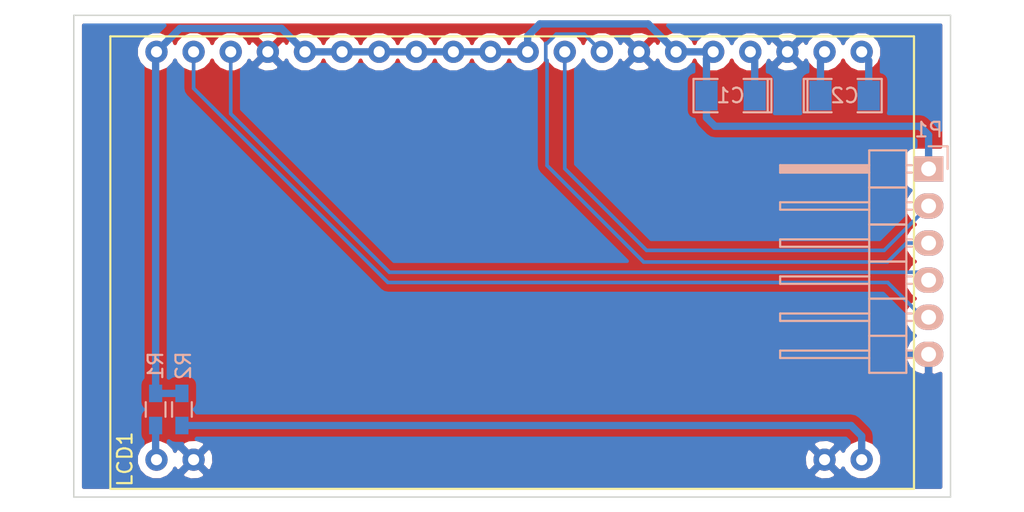
<source format=kicad_pcb>
(kicad_pcb (version 4) (host pcbnew 4.0.2-stable)

  (general
    (links 27)
    (no_connects 0)
    (area 134.949999 81.949999 205.050001 117.050001)
    (thickness 1.6)
    (drawings 17)
    (tracks 60)
    (zones 0)
    (modules 6)
    (nets 12)
  )

  (page A4)
  (layers
    (0 F.Cu signal)
    (31 B.Cu signal)
    (32 B.Adhes user)
    (33 F.Adhes user)
    (34 B.Paste user)
    (35 F.Paste user)
    (36 B.SilkS user)
    (37 F.SilkS user)
    (38 B.Mask user)
    (39 F.Mask user)
    (40 Dwgs.User user)
    (41 Cmts.User user)
    (42 Eco1.User user)
    (43 Eco2.User user)
    (44 Edge.Cuts user)
    (45 Margin user)
    (46 B.CrtYd user)
    (47 F.CrtYd user)
    (48 B.Fab user)
    (49 F.Fab user)
  )

  (setup
    (last_trace_width 0.25)
    (user_trace_width 0.5)
    (trace_clearance 0.2)
    (zone_clearance 0.508)
    (zone_45_only no)
    (trace_min 0.2)
    (segment_width 0.2)
    (edge_width 0.15)
    (via_size 0.6)
    (via_drill 0.4)
    (via_min_size 0.4)
    (via_min_drill 0.3)
    (uvia_size 0.3)
    (uvia_drill 0.1)
    (uvias_allowed no)
    (uvia_min_size 0.2)
    (uvia_min_drill 0.1)
    (pcb_text_width 0.3)
    (pcb_text_size 1.5 1.5)
    (mod_edge_width 0.15)
    (mod_text_size 1 1)
    (mod_text_width 0.15)
    (pad_size 1.524 1.524)
    (pad_drill 0.762)
    (pad_to_mask_clearance 0.2)
    (aux_axis_origin 0 0)
    (visible_elements 7FFFFFFF)
    (pcbplotparams
      (layerselection 0x00030_80000001)
      (usegerberextensions false)
      (excludeedgelayer true)
      (linewidth 1.000000)
      (plotframeref false)
      (viasonmask false)
      (mode 1)
      (useauxorigin false)
      (hpglpennumber 1)
      (hpglpenspeed 20)
      (hpglpendiameter 15)
      (hpglpenoverlay 2)
      (psnegative false)
      (psa4output false)
      (plotreference true)
      (plotvalue true)
      (plotinvisibletext false)
      (padsonsilk false)
      (subtractmaskfromsilk false)
      (outputformat 1)
      (mirror false)
      (drillshape 1)
      (scaleselection 1)
      (outputdirectory ""))
  )

  (net 0 "")
  (net 1 VCC)
  (net 2 /VOUT)
  (net 3 /CAP1N)
  (net 4 /CAP1P)
  (net 5 /A1)
  (net 6 GND)
  (net 7 /A2)
  (net 8 /SI)
  (net 9 /CLK)
  (net 10 /CS)
  (net 11 /RS)

  (net_class Default "This is the default net class."
    (clearance 0.2)
    (trace_width 0.25)
    (via_dia 0.6)
    (via_drill 0.4)
    (uvia_dia 0.3)
    (uvia_drill 0.1)
    (add_net /A1)
    (add_net /A2)
    (add_net /CAP1N)
    (add_net /CAP1P)
    (add_net /CLK)
    (add_net /CS)
    (add_net /RS)
    (add_net /SI)
    (add_net /VOUT)
    (add_net GND)
    (add_net VCC)
  )

  (module dogm162x:DOGM162X (layer F.Cu) (tedit 55E92934) (tstamp 55F080CC)
    (at 170 99.94)
    (path /55E828A7)
    (fp_text reference LCD1 (at -26.5 13.46 90) (layer F.SilkS)
      (effects (font (size 1 1) (thickness 0.15)))
    )
    (fp_text value DOGM162X (at -19.0011 -16.5036) (layer F.Fab)
      (effects (font (size 1 1) (thickness 0.15)))
    )
    (fp_line (start -27.5 -15.5) (end 27.5 -15.5) (layer F.SilkS) (width 0.15))
    (fp_line (start 27.5 -15.5) (end 27.5 15.5) (layer F.SilkS) (width 0.15))
    (fp_line (start -27.5 15.5) (end -27.5 -15.5) (layer F.SilkS) (width 0.15))
    (fp_line (start -27.5 15.5) (end 27.5 15.5) (layer F.SilkS) (width 0.15))
    (pad 1 thru_hole circle (at -24.34 13.5) (size 1.524 1.524) (drill 0.762) (layers *.Cu *.Mask)
      (net 5 /A1))
    (pad 2 thru_hole circle (at -21.8 13.5) (size 1.524 1.524) (drill 0.762) (layers *.Cu *.Mask)
      (net 6 GND))
    (pad 19 thru_hole circle (at 21.38 13.5) (size 1.524 1.524) (drill 0.762) (layers *.Cu *.Mask)
      (net 6 GND))
    (pad 20 thru_hole circle (at 23.92 13.5) (size 1.524 1.524) (drill 0.762) (layers *.Cu *.Mask)
      (net 7 /A2))
    (pad 21 thru_hole circle (at 23.92 -14.44) (size 1.524 1.524) (drill 0.762) (layers *.Cu *.Mask)
      (net 3 /CAP1N))
    (pad 22 thru_hole circle (at 21.38 -14.44) (size 1.524 1.524) (drill 0.762) (layers *.Cu *.Mask)
      (net 4 /CAP1P))
    (pad 23 thru_hole circle (at 18.84 -14.44) (size 1.524 1.524) (drill 0.762) (layers *.Cu *.Mask)
      (net 6 GND))
    (pad 24 thru_hole circle (at 16.3 -14.44) (size 1.524 1.524) (drill 0.762) (layers *.Cu *.Mask)
      (net 2 /VOUT))
    (pad 25 thru_hole circle (at 13.76 -14.44) (size 1.524 1.524) (drill 0.762) (layers *.Cu *.Mask)
      (net 1 VCC))
    (pad 26 thru_hole circle (at 11.22 -14.44) (size 1.524 1.524) (drill 0.762) (layers *.Cu *.Mask)
      (net 1 VCC))
    (pad 27 thru_hole circle (at 8.68 -14.44) (size 1.524 1.524) (drill 0.762) (layers *.Cu *.Mask)
      (net 6 GND))
    (pad 28 thru_hole circle (at 6.14 -14.44) (size 1.524 1.524) (drill 0.762) (layers *.Cu *.Mask)
      (net 8 /SI))
    (pad 29 thru_hole circle (at 3.6 -14.44) (size 1.524 1.524) (drill 0.762) (layers *.Cu *.Mask)
      (net 9 /CLK))
    (pad 30 thru_hole circle (at 1.06 -14.44) (size 1.524 1.524) (drill 0.762) (layers *.Cu *.Mask)
      (net 1 VCC))
    (pad 31 thru_hole circle (at -1.48 -14.44) (size 1.524 1.524) (drill 0.762) (layers *.Cu *.Mask)
      (net 1 VCC))
    (pad 32 thru_hole circle (at -4.02 -14.44) (size 1.524 1.524) (drill 0.762) (layers *.Cu *.Mask)
      (net 1 VCC))
    (pad 33 thru_hole circle (at -6.56 -14.44) (size 1.524 1.524) (drill 0.762) (layers *.Cu *.Mask)
      (net 1 VCC))
    (pad 34 thru_hole circle (at -9.1 -14.44) (size 1.524 1.524) (drill 0.762) (layers *.Cu *.Mask)
      (net 1 VCC))
    (pad 35 thru_hole circle (at -11.64 -14.44) (size 1.524 1.524) (drill 0.762) (layers *.Cu *.Mask)
      (net 1 VCC))
    (pad 36 thru_hole circle (at -14.18 -14.44) (size 1.524 1.524) (drill 0.762) (layers *.Cu *.Mask)
      (net 1 VCC))
    (pad 37 thru_hole circle (at -16.72 -14.44) (size 1.524 1.524) (drill 0.762) (layers *.Cu *.Mask)
      (net 6 GND))
    (pad 38 thru_hole circle (at -19.26 -14.44) (size 1.524 1.524) (drill 0.762) (layers *.Cu *.Mask)
      (net 10 /CS))
    (pad 39 thru_hole circle (at -21.8 -14.44) (size 1.524 1.524) (drill 0.762) (layers *.Cu *.Mask)
      (net 11 /RS))
    (pad 40 thru_hole circle (at -24.34 -14.44) (size 1.524 1.524) (drill 0.762) (layers *.Cu *.Mask)
      (net 1 VCC))
    (model D:/_GIT/dogm162-pcb/dog126x.wrl
      (at (xyz -1.091776 -0.519118 0.142924))
      (scale (xyz 0.393701 0.393701 0.393701))
      (rotate (xyz 0 0 0))
    )
  )

  (module Pin_Headers:Pin_Header_Angled_1x06 (layer B.Cu) (tedit 0) (tstamp 55F080D6)
    (at 198.5 93.52 180)
    (descr "Through hole pin header")
    (tags "pin header")
    (path /55E89075)
    (fp_text reference P1 (at 0 2.68 180) (layer B.SilkS)
      (effects (font (size 1 1) (thickness 0.15)) (justify mirror))
    )
    (fp_text value CONN_01X06 (at 6 2.68 180) (layer B.Fab)
      (effects (font (size 1 1) (thickness 0.15)) (justify mirror))
    )
    (fp_line (start -1.5 1.75) (end -1.5 -14.45) (layer B.CrtYd) (width 0.05))
    (fp_line (start 10.65 1.75) (end 10.65 -14.45) (layer B.CrtYd) (width 0.05))
    (fp_line (start -1.5 1.75) (end 10.65 1.75) (layer B.CrtYd) (width 0.05))
    (fp_line (start -1.5 -14.45) (end 10.65 -14.45) (layer B.CrtYd) (width 0.05))
    (fp_line (start -1.3 1.55) (end -1.3 0) (layer B.SilkS) (width 0.15))
    (fp_line (start 0 1.55) (end -1.3 1.55) (layer B.SilkS) (width 0.15))
    (fp_line (start 4.191 0.127) (end 10.033 0.127) (layer B.SilkS) (width 0.15))
    (fp_line (start 10.033 0.127) (end 10.033 -0.127) (layer B.SilkS) (width 0.15))
    (fp_line (start 10.033 -0.127) (end 4.191 -0.127) (layer B.SilkS) (width 0.15))
    (fp_line (start 4.191 -0.127) (end 4.191 0) (layer B.SilkS) (width 0.15))
    (fp_line (start 4.191 0) (end 10.033 0) (layer B.SilkS) (width 0.15))
    (fp_line (start 1.524 0.254) (end 1.143 0.254) (layer B.SilkS) (width 0.15))
    (fp_line (start 1.524 -0.254) (end 1.143 -0.254) (layer B.SilkS) (width 0.15))
    (fp_line (start 1.524 -2.286) (end 1.143 -2.286) (layer B.SilkS) (width 0.15))
    (fp_line (start 1.524 -2.794) (end 1.143 -2.794) (layer B.SilkS) (width 0.15))
    (fp_line (start 1.524 -4.826) (end 1.143 -4.826) (layer B.SilkS) (width 0.15))
    (fp_line (start 1.524 -5.334) (end 1.143 -5.334) (layer B.SilkS) (width 0.15))
    (fp_line (start 1.524 -12.954) (end 1.143 -12.954) (layer B.SilkS) (width 0.15))
    (fp_line (start 1.524 -12.446) (end 1.143 -12.446) (layer B.SilkS) (width 0.15))
    (fp_line (start 1.524 -10.414) (end 1.143 -10.414) (layer B.SilkS) (width 0.15))
    (fp_line (start 1.524 -9.906) (end 1.143 -9.906) (layer B.SilkS) (width 0.15))
    (fp_line (start 1.524 -7.874) (end 1.143 -7.874) (layer B.SilkS) (width 0.15))
    (fp_line (start 1.524 -7.366) (end 1.143 -7.366) (layer B.SilkS) (width 0.15))
    (fp_line (start 1.524 1.27) (end 4.064 1.27) (layer B.SilkS) (width 0.15))
    (fp_line (start 1.524 -1.27) (end 4.064 -1.27) (layer B.SilkS) (width 0.15))
    (fp_line (start 1.524 -1.27) (end 1.524 -3.81) (layer B.SilkS) (width 0.15))
    (fp_line (start 1.524 -3.81) (end 4.064 -3.81) (layer B.SilkS) (width 0.15))
    (fp_line (start 4.064 -2.286) (end 10.16 -2.286) (layer B.SilkS) (width 0.15))
    (fp_line (start 10.16 -2.286) (end 10.16 -2.794) (layer B.SilkS) (width 0.15))
    (fp_line (start 10.16 -2.794) (end 4.064 -2.794) (layer B.SilkS) (width 0.15))
    (fp_line (start 4.064 -3.81) (end 4.064 -1.27) (layer B.SilkS) (width 0.15))
    (fp_line (start 4.064 -1.27) (end 4.064 1.27) (layer B.SilkS) (width 0.15))
    (fp_line (start 10.16 -0.254) (end 4.064 -0.254) (layer B.SilkS) (width 0.15))
    (fp_line (start 10.16 0.254) (end 10.16 -0.254) (layer B.SilkS) (width 0.15))
    (fp_line (start 4.064 0.254) (end 10.16 0.254) (layer B.SilkS) (width 0.15))
    (fp_line (start 1.524 -1.27) (end 4.064 -1.27) (layer B.SilkS) (width 0.15))
    (fp_line (start 1.524 1.27) (end 1.524 -1.27) (layer B.SilkS) (width 0.15))
    (fp_line (start 1.524 -8.89) (end 4.064 -8.89) (layer B.SilkS) (width 0.15))
    (fp_line (start 1.524 -8.89) (end 1.524 -11.43) (layer B.SilkS) (width 0.15))
    (fp_line (start 1.524 -11.43) (end 4.064 -11.43) (layer B.SilkS) (width 0.15))
    (fp_line (start 4.064 -9.906) (end 10.16 -9.906) (layer B.SilkS) (width 0.15))
    (fp_line (start 10.16 -9.906) (end 10.16 -10.414) (layer B.SilkS) (width 0.15))
    (fp_line (start 10.16 -10.414) (end 4.064 -10.414) (layer B.SilkS) (width 0.15))
    (fp_line (start 4.064 -11.43) (end 4.064 -8.89) (layer B.SilkS) (width 0.15))
    (fp_line (start 4.064 -13.97) (end 4.064 -11.43) (layer B.SilkS) (width 0.15))
    (fp_line (start 10.16 -12.954) (end 4.064 -12.954) (layer B.SilkS) (width 0.15))
    (fp_line (start 10.16 -12.446) (end 10.16 -12.954) (layer B.SilkS) (width 0.15))
    (fp_line (start 4.064 -12.446) (end 10.16 -12.446) (layer B.SilkS) (width 0.15))
    (fp_line (start 1.524 -13.97) (end 4.064 -13.97) (layer B.SilkS) (width 0.15))
    (fp_line (start 1.524 -11.43) (end 1.524 -13.97) (layer B.SilkS) (width 0.15))
    (fp_line (start 1.524 -11.43) (end 4.064 -11.43) (layer B.SilkS) (width 0.15))
    (fp_line (start 1.524 -6.35) (end 4.064 -6.35) (layer B.SilkS) (width 0.15))
    (fp_line (start 1.524 -6.35) (end 1.524 -8.89) (layer B.SilkS) (width 0.15))
    (fp_line (start 1.524 -8.89) (end 4.064 -8.89) (layer B.SilkS) (width 0.15))
    (fp_line (start 4.064 -7.366) (end 10.16 -7.366) (layer B.SilkS) (width 0.15))
    (fp_line (start 10.16 -7.366) (end 10.16 -7.874) (layer B.SilkS) (width 0.15))
    (fp_line (start 10.16 -7.874) (end 4.064 -7.874) (layer B.SilkS) (width 0.15))
    (fp_line (start 4.064 -8.89) (end 4.064 -6.35) (layer B.SilkS) (width 0.15))
    (fp_line (start 4.064 -6.35) (end 4.064 -3.81) (layer B.SilkS) (width 0.15))
    (fp_line (start 10.16 -5.334) (end 4.064 -5.334) (layer B.SilkS) (width 0.15))
    (fp_line (start 10.16 -4.826) (end 10.16 -5.334) (layer B.SilkS) (width 0.15))
    (fp_line (start 4.064 -4.826) (end 10.16 -4.826) (layer B.SilkS) (width 0.15))
    (fp_line (start 1.524 -6.35) (end 4.064 -6.35) (layer B.SilkS) (width 0.15))
    (fp_line (start 1.524 -3.81) (end 1.524 -6.35) (layer B.SilkS) (width 0.15))
    (fp_line (start 1.524 -3.81) (end 4.064 -3.81) (layer B.SilkS) (width 0.15))
    (pad 1 thru_hole rect (at 0 0 180) (size 2.032 1.7272) (drill 1.016) (layers *.Cu *.Mask B.SilkS)
      (net 1 VCC))
    (pad 2 thru_hole oval (at 0 -2.54 180) (size 2.032 1.7272) (drill 1.016) (layers *.Cu *.Mask B.SilkS)
      (net 9 /CLK))
    (pad 3 thru_hole oval (at 0 -5.08 180) (size 2.032 1.7272) (drill 1.016) (layers *.Cu *.Mask B.SilkS)
      (net 8 /SI))
    (pad 4 thru_hole oval (at 0 -7.62 180) (size 2.032 1.7272) (drill 1.016) (layers *.Cu *.Mask B.SilkS)
      (net 10 /CS))
    (pad 5 thru_hole oval (at 0 -10.16 180) (size 2.032 1.7272) (drill 1.016) (layers *.Cu *.Mask B.SilkS)
      (net 11 /RS))
    (pad 6 thru_hole oval (at 0 -12.7 180) (size 2.032 1.7272) (drill 1.016) (layers *.Cu *.Mask B.SilkS)
      (net 6 GND))
    (model Pin_Headers.3dshapes/Pin_Header_Angled_1x06.wrl
      (at (xyz 0 -0.25 0))
      (scale (xyz 1 1 1))
      (rotate (xyz 0 0 90))
    )
    (model /home/bernhard/KiCad/kicad/share/kicad/modules/packages3d/Pin_Headers.3dshapes/Pin_Header_Angled_1x06.wrl
      (at (xyz 0 -0.254 0))
      (scale (xyz 1 1 1))
      (rotate (xyz 0 0 90))
    )
  )

  (module Resistors_SMD:R_0603_HandSoldering (layer B.Cu) (tedit 5418A00F) (tstamp 55F080DC)
    (at 145.6 110 270)
    (descr "Resistor SMD 0603, hand soldering")
    (tags "resistor 0603")
    (path /55E89A9D)
    (attr smd)
    (fp_text reference R1 (at -3 0 270) (layer B.SilkS)
      (effects (font (size 1 1) (thickness 0.15)) (justify mirror))
    )
    (fp_text value 15R (at 0.5 1.5 270) (layer B.Fab)
      (effects (font (size 1 1) (thickness 0.15)) (justify mirror))
    )
    (fp_line (start -2 0.8) (end 2 0.8) (layer B.CrtYd) (width 0.05))
    (fp_line (start -2 -0.8) (end 2 -0.8) (layer B.CrtYd) (width 0.05))
    (fp_line (start -2 0.8) (end -2 -0.8) (layer B.CrtYd) (width 0.05))
    (fp_line (start 2 0.8) (end 2 -0.8) (layer B.CrtYd) (width 0.05))
    (fp_line (start 0.5 -0.675) (end -0.5 -0.675) (layer B.SilkS) (width 0.15))
    (fp_line (start -0.5 0.675) (end 0.5 0.675) (layer B.SilkS) (width 0.15))
    (pad 1 smd rect (at -1.1 0 270) (size 1.2 0.9) (layers B.Cu B.Paste B.Mask)
      (net 1 VCC))
    (pad 2 smd rect (at 1.1 0 270) (size 1.2 0.9) (layers B.Cu B.Paste B.Mask)
      (net 5 /A1))
    (model Resistors_SMD.3dshapes/R_0603_HandSoldering.wrl
      (at (xyz 0 0 0))
      (scale (xyz 1 1 1))
      (rotate (xyz 0 0 0))
    )
  )

  (module SMD_Packages:SMD-1206_Pol (layer B.Cu) (tedit 0) (tstamp 57222378)
    (at 184.949 88.5 180)
    (path /55E82DB3)
    (attr smd)
    (fp_text reference C1 (at 0 0 180) (layer B.SilkS)
      (effects (font (size 1 1) (thickness 0.15)) (justify mirror))
    )
    (fp_text value 2,2uF (at 0 0 180) (layer B.Fab)
      (effects (font (size 1 1) (thickness 0.15)) (justify mirror))
    )
    (fp_line (start -2.54 1.143) (end -2.794 1.143) (layer B.SilkS) (width 0.15))
    (fp_line (start -2.794 1.143) (end -2.794 -1.143) (layer B.SilkS) (width 0.15))
    (fp_line (start -2.794 -1.143) (end -2.54 -1.143) (layer B.SilkS) (width 0.15))
    (fp_line (start -2.54 1.143) (end -2.54 -1.143) (layer B.SilkS) (width 0.15))
    (fp_line (start -2.54 -1.143) (end -0.889 -1.143) (layer B.SilkS) (width 0.15))
    (fp_line (start 0.889 1.143) (end 2.54 1.143) (layer B.SilkS) (width 0.15))
    (fp_line (start 2.54 1.143) (end 2.54 -1.143) (layer B.SilkS) (width 0.15))
    (fp_line (start 2.54 -1.143) (end 0.889 -1.143) (layer B.SilkS) (width 0.15))
    (fp_line (start -0.889 1.143) (end -2.54 1.143) (layer B.SilkS) (width 0.15))
    (pad 1 smd rect (at -1.651 0 180) (size 1.524 2.032) (layers B.Cu B.Paste B.Mask)
      (net 2 /VOUT))
    (pad 2 smd rect (at 1.651 0 180) (size 1.524 2.032) (layers B.Cu B.Paste B.Mask)
      (net 1 VCC))
    (model SMD_Packages.3dshapes/SMD-1206_Pol.wrl
      (at (xyz 0 0 0))
      (scale (xyz 0.17 0.16 0.16))
      (rotate (xyz 0 0 0))
    )
  )

  (module SMD_Packages:SMD-1206_Pol (layer B.Cu) (tedit 0) (tstamp 5722237D)
    (at 192.751 88.5)
    (path /55E82D3E)
    (attr smd)
    (fp_text reference C2 (at 0 0) (layer B.SilkS)
      (effects (font (size 1 1) (thickness 0.15)) (justify mirror))
    )
    (fp_text value 1uF (at 0 0) (layer B.Fab)
      (effects (font (size 1 1) (thickness 0.15)) (justify mirror))
    )
    (fp_line (start -2.54 1.143) (end -2.794 1.143) (layer B.SilkS) (width 0.15))
    (fp_line (start -2.794 1.143) (end -2.794 -1.143) (layer B.SilkS) (width 0.15))
    (fp_line (start -2.794 -1.143) (end -2.54 -1.143) (layer B.SilkS) (width 0.15))
    (fp_line (start -2.54 1.143) (end -2.54 -1.143) (layer B.SilkS) (width 0.15))
    (fp_line (start -2.54 -1.143) (end -0.889 -1.143) (layer B.SilkS) (width 0.15))
    (fp_line (start 0.889 1.143) (end 2.54 1.143) (layer B.SilkS) (width 0.15))
    (fp_line (start 2.54 1.143) (end 2.54 -1.143) (layer B.SilkS) (width 0.15))
    (fp_line (start 2.54 -1.143) (end 0.889 -1.143) (layer B.SilkS) (width 0.15))
    (fp_line (start -0.889 1.143) (end -2.54 1.143) (layer B.SilkS) (width 0.15))
    (pad 1 smd rect (at -1.651 0) (size 1.524 2.032) (layers B.Cu B.Paste B.Mask)
      (net 4 /CAP1P))
    (pad 2 smd rect (at 1.651 0) (size 1.524 2.032) (layers B.Cu B.Paste B.Mask)
      (net 3 /CAP1N))
    (model SMD_Packages.3dshapes/SMD-1206_Pol.wrl
      (at (xyz 0 0 0))
      (scale (xyz 0.17 0.16 0.16))
      (rotate (xyz 0 0 0))
    )
  )

  (module Resistors_SMD:R_0603_HandSoldering (layer B.Cu) (tedit 5418A00F) (tstamp 5722238D)
    (at 147.4 110 270)
    (descr "Resistor SMD 0603, hand soldering")
    (tags "resistor 0603")
    (path /55E89AFE)
    (attr smd)
    (fp_text reference R2 (at -3 -0.1 270) (layer B.SilkS)
      (effects (font (size 1 1) (thickness 0.15)) (justify mirror))
    )
    (fp_text value 15R (at -0.9 -1.7 270) (layer B.Fab)
      (effects (font (size 1 1) (thickness 0.15)) (justify mirror))
    )
    (fp_line (start -2 0.8) (end 2 0.8) (layer B.CrtYd) (width 0.05))
    (fp_line (start -2 -0.8) (end 2 -0.8) (layer B.CrtYd) (width 0.05))
    (fp_line (start -2 0.8) (end -2 -0.8) (layer B.CrtYd) (width 0.05))
    (fp_line (start 2 0.8) (end 2 -0.8) (layer B.CrtYd) (width 0.05))
    (fp_line (start 0.5 -0.675) (end -0.5 -0.675) (layer B.SilkS) (width 0.15))
    (fp_line (start -0.5 0.675) (end 0.5 0.675) (layer B.SilkS) (width 0.15))
    (pad 1 smd rect (at -1.1 0 270) (size 1.2 0.9) (layers B.Cu B.Paste B.Mask)
      (net 1 VCC))
    (pad 2 smd rect (at 1.1 0 270) (size 1.2 0.9) (layers B.Cu B.Paste B.Mask)
      (net 7 /A2))
    (model Resistors_SMD.3dshapes/R_0603_HandSoldering.wrl
      (at (xyz 0 0 0))
      (scale (xyz 1 1 1))
      (rotate (xyz 0 0 0))
    )
  )

  (gr_line (start 142.5 85.5) (end 142.5 113.5) (layer Dwgs.User) (width 0.1))
  (gr_line (start 144.5 92.5) (end 144.5 110) (layer Dwgs.User) (width 0.1))
  (gr_line (start 144.5 110) (end 195.5 110) (layer Dwgs.User) (width 0.1))
  (gr_line (start 195.5 110) (end 195.5 92.5) (layer Dwgs.User) (width 0.1))
  (gr_line (start 195.5 92.5) (end 144.5 92.5) (layer Dwgs.User) (width 0.1))
  (gr_line (start 205 117) (end 205 82) (layer Dwgs.User) (width 0.1))
  (gr_line (start 205 82) (end 135 82) (layer Dwgs.User) (width 0.1))
  (gr_line (start 135 117) (end 205 117) (layer Dwgs.User) (width 0.1))
  (gr_line (start 135 82) (end 135 117) (layer Dwgs.User) (width 0.1))
  (gr_line (start 197.5 85.5) (end 142.5 85.5) (layer Dwgs.User) (width 0.1))
  (gr_line (start 142.5 113.5) (end 197.5 113.5) (layer Dwgs.User) (width 0.1))
  (gr_line (start 197.5 113.5) (end 197.5 85.5) (layer Dwgs.User) (width 0.1))
  (gr_line (start 197.5 113.5) (end 197.5 85.5) (layer Dwgs.User) (width 0.1))
  (gr_line (start 140 116) (end 200 116) (layer Edge.Cuts) (width 0.1))
  (gr_line (start 200 83) (end 140 83) (layer Edge.Cuts) (width 0.1))
  (gr_line (start 140 83) (end 140 116) (layer Edge.Cuts) (width 0.1))
  (gr_line (start 200 116) (end 200 83) (layer Edge.Cuts) (width 0.1))

  (segment (start 145.6 108.9) (end 145.6 85.56) (width 0.5) (layer B.Cu) (net 1))
  (segment (start 145.6 85.56) (end 145.66 85.5) (width 0.5) (layer B.Cu) (net 1))
  (segment (start 147.4 108.9) (end 145.6 108.9) (width 0.5) (layer B.Cu) (net 1))
  (segment (start 180.458001 84.738001) (end 181.22 85.5) (width 0.5) (layer B.Cu) (net 1))
  (segment (start 179.307988 83.587988) (end 180.458001 84.738001) (width 0.5) (layer B.Cu) (net 1))
  (segment (start 171.06 84.42237) (end 171.894382 83.587988) (width 0.5) (layer B.Cu) (net 1))
  (segment (start 171.894382 83.587988) (end 179.307988 83.587988) (width 0.5) (layer B.Cu) (net 1))
  (segment (start 171.06 85.5) (end 171.06 84.42237) (width 0.5) (layer B.Cu) (net 1))
  (segment (start 147.26 83.9) (end 154.22 83.9) (width 0.5) (layer B.Cu) (net 1))
  (segment (start 154.22 83.9) (end 155.82 85.5) (width 0.5) (layer B.Cu) (net 1))
  (segment (start 145.66 85.5) (end 147.26 83.9) (width 0.5) (layer B.Cu) (net 1))
  (segment (start 158.36 85.5) (end 155.82 85.5) (width 0.5) (layer B.Cu) (net 1))
  (segment (start 160.9 85.5) (end 158.36 85.5) (width 0.5) (layer B.Cu) (net 1))
  (segment (start 163.44 85.5) (end 160.9 85.5) (width 0.5) (layer B.Cu) (net 1))
  (segment (start 165.98 85.5) (end 163.44 85.5) (width 0.5) (layer B.Cu) (net 1))
  (segment (start 168.52 85.5) (end 165.98 85.5) (width 0.5) (layer B.Cu) (net 1))
  (segment (start 171.06 85.5) (end 168.52 85.5) (width 0.5) (layer B.Cu) (net 1))
  (segment (start 181.22 85.5) (end 183.76 85.5) (width 0.5) (layer B.Cu) (net 1))
  (segment (start 197.9 90.6) (end 198.5 91.2) (width 0.5) (layer B.Cu) (net 1))
  (segment (start 198.5 91.2) (end 198.5 93.52) (width 0.5) (layer B.Cu) (net 1))
  (segment (start 183.882 90.6) (end 197.9 90.6) (width 0.5) (layer B.Cu) (net 1))
  (segment (start 183.298 88.5) (end 183.298 90.016) (width 0.5) (layer B.Cu) (net 1))
  (segment (start 183.298 90.016) (end 183.882 90.6) (width 0.5) (layer B.Cu) (net 1))
  (segment (start 183.298 88.5) (end 183.298 85.962) (width 0.5) (layer B.Cu) (net 1))
  (segment (start 183.298 85.962) (end 183.76 85.5) (width 0.5) (layer B.Cu) (net 1))
  (segment (start 186.6 88.5) (end 186.6 85.8) (width 0.5) (layer B.Cu) (net 2))
  (segment (start 186.6 85.8) (end 186.3 85.5) (width 0.5) (layer B.Cu) (net 2))
  (segment (start 193.92 85.62) (end 194.402 86.102) (width 0.5) (layer B.Cu) (net 3))
  (segment (start 194.402 86.102) (end 194.402 88.5) (width 0.5) (layer B.Cu) (net 3))
  (segment (start 193.92 85.5) (end 193.92 85.62) (width 0.5) (layer B.Cu) (net 3))
  (segment (start 191.1 88.5) (end 191.1 85.78) (width 0.5) (layer B.Cu) (net 4))
  (segment (start 191.1 85.78) (end 191.38 85.5) (width 0.5) (layer B.Cu) (net 4))
  (segment (start 145.6 111.1) (end 145.6 113.38) (width 0.5) (layer B.Cu) (net 5))
  (segment (start 145.6 113.38) (end 145.66 113.44) (width 0.5) (layer B.Cu) (net 5))
  (segment (start 147.4 111.1) (end 193.2 111.1) (width 0.5) (layer B.Cu) (net 7))
  (segment (start 193.2 111.1) (end 193.92 111.82) (width 0.5) (layer B.Cu) (net 7))
  (segment (start 193.92 111.82) (end 193.92 113.44) (width 0.5) (layer B.Cu) (net 7))
  (segment (start 193.9 113.42) (end 193.92 113.44) (width 0.5) (layer B.Cu) (net 7))
  (segment (start 172.387999 86.081761) (end 172.387999 93.287999) (width 0.25) (layer B.Cu) (net 8))
  (segment (start 172.387999 93.287999) (end 179 99.9) (width 0.25) (layer B.Cu) (net 8))
  (segment (start 179 99.9) (end 195.684 99.9) (width 0.25) (layer B.Cu) (net 8))
  (segment (start 195.684 99.9) (end 196.984 98.6) (width 0.25) (layer B.Cu) (net 8))
  (segment (start 196.984 98.6) (end 198.5 98.6) (width 0.25) (layer B.Cu) (net 8))
  (segment (start 176.14 85.5) (end 174.927999 84.287999) (width 0.25) (layer B.Cu) (net 8))
  (segment (start 174.927999 84.287999) (end 173.018239 84.287999) (width 0.25) (layer B.Cu) (net 8))
  (segment (start 173.018239 84.287999) (end 172.387999 84.918239) (width 0.25) (layer B.Cu) (net 8))
  (segment (start 172.3 84.918239) (end 172.3 86.081761) (width 0.25) (layer B.Cu) (net 8))
  (segment (start 173.6 85.5) (end 173.6 93.5) (width 0.25) (layer B.Cu) (net 9))
  (segment (start 173.6 93.5) (end 179.2 99.1) (width 0.25) (layer B.Cu) (net 9))
  (segment (start 179.2 99.1) (end 195.46 99.1) (width 0.25) (layer B.Cu) (net 9))
  (segment (start 195.46 99.1) (end 198.5 96.06) (width 0.25) (layer B.Cu) (net 9))
  (segment (start 150.74 85.5) (end 150.74 89.74) (width 0.25) (layer B.Cu) (net 10))
  (segment (start 150.74 89.74) (end 161.6 100.6) (width 0.25) (layer B.Cu) (net 10))
  (segment (start 161.6 100.6) (end 197.96 100.6) (width 0.25) (layer B.Cu) (net 10))
  (segment (start 197.96 100.6) (end 198.5 101.14) (width 0.25) (layer B.Cu) (net 10))
  (segment (start 148.2 85.5) (end 148.2 88) (width 0.25) (layer B.Cu) (net 11))
  (segment (start 148.2 88) (end 161.5 101.3) (width 0.25) (layer B.Cu) (net 11))
  (segment (start 161.5 101.3) (end 195.7 101.3) (width 0.25) (layer B.Cu) (net 11))
  (segment (start 195.7 101.3) (end 198.08 103.68) (width 0.25) (layer B.Cu) (net 11))
  (segment (start 198.08 103.68) (end 198.5 103.68) (width 0.25) (layer B.Cu) (net 11))

  (zone (net 6) (net_name GND) (layer F.Cu) (tstamp 0) (hatch edge 0.508)
    (connect_pads (clearance 0.508))
    (min_thickness 0.254)
    (fill yes (arc_segments 16) (thermal_gap 0.508) (thermal_bridge_width 0.508))
    (polygon
      (pts
        (xy 200 83) (xy 200 116) (xy 140 116) (xy 140 83)
      )
    )
    (filled_polygon
      (pts
        (xy 199.315 92.00896) (xy 197.484 92.00896) (xy 197.248683 92.053238) (xy 197.032559 92.19231) (xy 196.887569 92.40451)
        (xy 196.83656 92.6564) (xy 196.83656 94.3836) (xy 196.880838 94.618917) (xy 197.01991 94.835041) (xy 197.23211 94.980031)
        (xy 197.273439 94.9884) (xy 197.255585 95.00033) (xy 196.930729 95.486511) (xy 196.816655 96.06) (xy 196.930729 96.633489)
        (xy 197.255585 97.11967) (xy 197.570366 97.33) (xy 197.255585 97.54033) (xy 196.930729 98.026511) (xy 196.816655 98.6)
        (xy 196.930729 99.173489) (xy 197.255585 99.65967) (xy 197.570366 99.87) (xy 197.255585 100.08033) (xy 196.930729 100.566511)
        (xy 196.816655 101.14) (xy 196.930729 101.713489) (xy 197.255585 102.19967) (xy 197.570366 102.41) (xy 197.255585 102.62033)
        (xy 196.930729 103.106511) (xy 196.816655 103.68) (xy 196.930729 104.253489) (xy 197.255585 104.73967) (xy 197.565069 104.946461)
        (xy 197.149268 105.317964) (xy 196.895291 105.845209) (xy 196.892642 105.860974) (xy 197.013783 106.093) (xy 198.373 106.093)
        (xy 198.373 106.073) (xy 198.627 106.073) (xy 198.627 106.093) (xy 198.647 106.093) (xy 198.647 106.347)
        (xy 198.627 106.347) (xy 198.627 107.560924) (xy 198.861913 107.705184) (xy 199.315 107.546696) (xy 199.315 115.315)
        (xy 140.685 115.315) (xy 140.685 113.716661) (xy 144.262758 113.716661) (xy 144.47499 114.230303) (xy 144.86763 114.623629)
        (xy 145.3809 114.836757) (xy 145.936661 114.837242) (xy 146.450303 114.62501) (xy 146.655457 114.420213) (xy 147.399392 114.420213)
        (xy 147.468857 114.662397) (xy 147.992302 114.849144) (xy 148.547368 114.821362) (xy 148.931143 114.662397) (xy 149.000608 114.420213)
        (xy 190.579392 114.420213) (xy 190.648857 114.662397) (xy 191.172302 114.849144) (xy 191.727368 114.821362) (xy 192.111143 114.662397)
        (xy 192.180608 114.420213) (xy 191.38 113.619605) (xy 190.579392 114.420213) (xy 149.000608 114.420213) (xy 148.2 113.619605)
        (xy 147.399392 114.420213) (xy 146.655457 114.420213) (xy 146.843629 114.23237) (xy 146.923395 114.040273) (xy 146.977603 114.171143)
        (xy 147.219787 114.240608) (xy 148.020395 113.44) (xy 148.379605 113.44) (xy 149.180213 114.240608) (xy 149.422397 114.171143)
        (xy 149.609144 113.647698) (xy 149.588353 113.232302) (xy 189.970856 113.232302) (xy 189.998638 113.787368) (xy 190.157603 114.171143)
        (xy 190.399787 114.240608) (xy 191.200395 113.44) (xy 191.559605 113.44) (xy 192.360213 114.240608) (xy 192.602397 114.171143)
        (xy 192.652509 114.030682) (xy 192.73499 114.230303) (xy 193.12763 114.623629) (xy 193.6409 114.836757) (xy 194.196661 114.837242)
        (xy 194.710303 114.62501) (xy 195.103629 114.23237) (xy 195.316757 113.7191) (xy 195.317242 113.163339) (xy 195.10501 112.649697)
        (xy 194.71237 112.256371) (xy 194.1991 112.043243) (xy 193.643339 112.042758) (xy 193.129697 112.25499) (xy 192.736371 112.64763)
        (xy 192.656605 112.839727) (xy 192.602397 112.708857) (xy 192.360213 112.639392) (xy 191.559605 113.44) (xy 191.200395 113.44)
        (xy 190.399787 112.639392) (xy 190.157603 112.708857) (xy 189.970856 113.232302) (xy 149.588353 113.232302) (xy 149.581362 113.092632)
        (xy 149.422397 112.708857) (xy 149.180213 112.639392) (xy 148.379605 113.44) (xy 148.020395 113.44) (xy 147.219787 112.639392)
        (xy 146.977603 112.708857) (xy 146.927491 112.849318) (xy 146.84501 112.649697) (xy 146.655432 112.459787) (xy 147.399392 112.459787)
        (xy 148.2 113.260395) (xy 149.000608 112.459787) (xy 190.579392 112.459787) (xy 191.38 113.260395) (xy 192.180608 112.459787)
        (xy 192.111143 112.217603) (xy 191.587698 112.030856) (xy 191.032632 112.058638) (xy 190.648857 112.217603) (xy 190.579392 112.459787)
        (xy 149.000608 112.459787) (xy 148.931143 112.217603) (xy 148.407698 112.030856) (xy 147.852632 112.058638) (xy 147.468857 112.217603)
        (xy 147.399392 112.459787) (xy 146.655432 112.459787) (xy 146.45237 112.256371) (xy 145.9391 112.043243) (xy 145.383339 112.042758)
        (xy 144.869697 112.25499) (xy 144.476371 112.64763) (xy 144.263243 113.1609) (xy 144.262758 113.716661) (xy 140.685 113.716661)
        (xy 140.685 106.579026) (xy 196.892642 106.579026) (xy 196.895291 106.594791) (xy 197.149268 107.122036) (xy 197.58568 107.511954)
        (xy 198.138087 107.705184) (xy 198.373 107.560924) (xy 198.373 106.347) (xy 197.013783 106.347) (xy 196.892642 106.579026)
        (xy 140.685 106.579026) (xy 140.685 85.776661) (xy 144.262758 85.776661) (xy 144.47499 86.290303) (xy 144.86763 86.683629)
        (xy 145.3809 86.896757) (xy 145.936661 86.897242) (xy 146.450303 86.68501) (xy 146.843629 86.29237) (xy 146.929949 86.084488)
        (xy 147.01499 86.290303) (xy 147.40763 86.683629) (xy 147.9209 86.896757) (xy 148.476661 86.897242) (xy 148.990303 86.68501)
        (xy 149.383629 86.29237) (xy 149.469949 86.084488) (xy 149.55499 86.290303) (xy 149.94763 86.683629) (xy 150.4609 86.896757)
        (xy 151.016661 86.897242) (xy 151.530303 86.68501) (xy 151.735457 86.480213) (xy 152.479392 86.480213) (xy 152.548857 86.722397)
        (xy 153.072302 86.909144) (xy 153.627368 86.881362) (xy 154.011143 86.722397) (xy 154.080608 86.480213) (xy 153.28 85.679605)
        (xy 152.479392 86.480213) (xy 151.735457 86.480213) (xy 151.923629 86.29237) (xy 152.003395 86.100273) (xy 152.057603 86.231143)
        (xy 152.299787 86.300608) (xy 153.100395 85.5) (xy 153.459605 85.5) (xy 154.260213 86.300608) (xy 154.502397 86.231143)
        (xy 154.552509 86.090682) (xy 154.63499 86.290303) (xy 155.02763 86.683629) (xy 155.5409 86.896757) (xy 156.096661 86.897242)
        (xy 156.610303 86.68501) (xy 157.003629 86.29237) (xy 157.089949 86.084488) (xy 157.17499 86.290303) (xy 157.56763 86.683629)
        (xy 158.0809 86.896757) (xy 158.636661 86.897242) (xy 159.150303 86.68501) (xy 159.543629 86.29237) (xy 159.629949 86.084488)
        (xy 159.71499 86.290303) (xy 160.10763 86.683629) (xy 160.6209 86.896757) (xy 161.176661 86.897242) (xy 161.690303 86.68501)
        (xy 162.083629 86.29237) (xy 162.169949 86.084488) (xy 162.25499 86.290303) (xy 162.64763 86.683629) (xy 163.1609 86.896757)
        (xy 163.716661 86.897242) (xy 164.230303 86.68501) (xy 164.623629 86.29237) (xy 164.709949 86.084488) (xy 164.79499 86.290303)
        (xy 165.18763 86.683629) (xy 165.7009 86.896757) (xy 166.256661 86.897242) (xy 166.770303 86.68501) (xy 167.163629 86.29237)
        (xy 167.249949 86.084488) (xy 167.33499 86.290303) (xy 167.72763 86.683629) (xy 168.2409 86.896757) (xy 168.796661 86.897242)
        (xy 169.310303 86.68501) (xy 169.703629 86.29237) (xy 169.789949 86.084488) (xy 169.87499 86.290303) (xy 170.26763 86.683629)
        (xy 170.7809 86.896757) (xy 171.336661 86.897242) (xy 171.850303 86.68501) (xy 172.243629 86.29237) (xy 172.329949 86.084488)
        (xy 172.41499 86.290303) (xy 172.80763 86.683629) (xy 173.3209 86.896757) (xy 173.876661 86.897242) (xy 174.390303 86.68501)
        (xy 174.783629 86.29237) (xy 174.869949 86.084488) (xy 174.95499 86.290303) (xy 175.34763 86.683629) (xy 175.8609 86.896757)
        (xy 176.416661 86.897242) (xy 176.930303 86.68501) (xy 177.135457 86.480213) (xy 177.879392 86.480213) (xy 177.948857 86.722397)
        (xy 178.472302 86.909144) (xy 179.027368 86.881362) (xy 179.411143 86.722397) (xy 179.480608 86.480213) (xy 178.68 85.679605)
        (xy 177.879392 86.480213) (xy 177.135457 86.480213) (xy 177.323629 86.29237) (xy 177.403395 86.100273) (xy 177.457603 86.231143)
        (xy 177.699787 86.300608) (xy 178.500395 85.5) (xy 178.859605 85.5) (xy 179.660213 86.300608) (xy 179.902397 86.231143)
        (xy 179.952509 86.090682) (xy 180.03499 86.290303) (xy 180.42763 86.683629) (xy 180.9409 86.896757) (xy 181.496661 86.897242)
        (xy 182.010303 86.68501) (xy 182.403629 86.29237) (xy 182.489949 86.084488) (xy 182.57499 86.290303) (xy 182.96763 86.683629)
        (xy 183.4809 86.896757) (xy 184.036661 86.897242) (xy 184.550303 86.68501) (xy 184.943629 86.29237) (xy 185.029949 86.084488)
        (xy 185.11499 86.290303) (xy 185.50763 86.683629) (xy 186.0209 86.896757) (xy 186.576661 86.897242) (xy 187.090303 86.68501)
        (xy 187.295457 86.480213) (xy 188.039392 86.480213) (xy 188.108857 86.722397) (xy 188.632302 86.909144) (xy 189.187368 86.881362)
        (xy 189.571143 86.722397) (xy 189.640608 86.480213) (xy 188.84 85.679605) (xy 188.039392 86.480213) (xy 187.295457 86.480213)
        (xy 187.483629 86.29237) (xy 187.563395 86.100273) (xy 187.617603 86.231143) (xy 187.859787 86.300608) (xy 188.660395 85.5)
        (xy 189.019605 85.5) (xy 189.820213 86.300608) (xy 190.062397 86.231143) (xy 190.112509 86.090682) (xy 190.19499 86.290303)
        (xy 190.58763 86.683629) (xy 191.1009 86.896757) (xy 191.656661 86.897242) (xy 192.170303 86.68501) (xy 192.563629 86.29237)
        (xy 192.649949 86.084488) (xy 192.73499 86.290303) (xy 193.12763 86.683629) (xy 193.6409 86.896757) (xy 194.196661 86.897242)
        (xy 194.710303 86.68501) (xy 195.103629 86.29237) (xy 195.316757 85.7791) (xy 195.317242 85.223339) (xy 195.10501 84.709697)
        (xy 194.71237 84.316371) (xy 194.1991 84.103243) (xy 193.643339 84.102758) (xy 193.129697 84.31499) (xy 192.736371 84.70763)
        (xy 192.650051 84.915512) (xy 192.56501 84.709697) (xy 192.17237 84.316371) (xy 191.6591 84.103243) (xy 191.103339 84.102758)
        (xy 190.589697 84.31499) (xy 190.196371 84.70763) (xy 190.116605 84.899727) (xy 190.062397 84.768857) (xy 189.820213 84.699392)
        (xy 189.019605 85.5) (xy 188.660395 85.5) (xy 187.859787 84.699392) (xy 187.617603 84.768857) (xy 187.567491 84.909318)
        (xy 187.48501 84.709697) (xy 187.295432 84.519787) (xy 188.039392 84.519787) (xy 188.84 85.320395) (xy 189.640608 84.519787)
        (xy 189.571143 84.277603) (xy 189.047698 84.090856) (xy 188.492632 84.118638) (xy 188.108857 84.277603) (xy 188.039392 84.519787)
        (xy 187.295432 84.519787) (xy 187.09237 84.316371) (xy 186.5791 84.103243) (xy 186.023339 84.102758) (xy 185.509697 84.31499)
        (xy 185.116371 84.70763) (xy 185.030051 84.915512) (xy 184.94501 84.709697) (xy 184.55237 84.316371) (xy 184.0391 84.103243)
        (xy 183.483339 84.102758) (xy 182.969697 84.31499) (xy 182.576371 84.70763) (xy 182.490051 84.915512) (xy 182.40501 84.709697)
        (xy 182.01237 84.316371) (xy 181.4991 84.103243) (xy 180.943339 84.102758) (xy 180.429697 84.31499) (xy 180.036371 84.70763)
        (xy 179.956605 84.899727) (xy 179.902397 84.768857) (xy 179.660213 84.699392) (xy 178.859605 85.5) (xy 178.500395 85.5)
        (xy 177.699787 84.699392) (xy 177.457603 84.768857) (xy 177.407491 84.909318) (xy 177.32501 84.709697) (xy 177.135432 84.519787)
        (xy 177.879392 84.519787) (xy 178.68 85.320395) (xy 179.480608 84.519787) (xy 179.411143 84.277603) (xy 178.887698 84.090856)
        (xy 178.332632 84.118638) (xy 177.948857 84.277603) (xy 177.879392 84.519787) (xy 177.135432 84.519787) (xy 176.93237 84.316371)
        (xy 176.4191 84.103243) (xy 175.863339 84.102758) (xy 175.349697 84.31499) (xy 174.956371 84.70763) (xy 174.870051 84.915512)
        (xy 174.78501 84.709697) (xy 174.39237 84.316371) (xy 173.8791 84.103243) (xy 173.323339 84.102758) (xy 172.809697 84.31499)
        (xy 172.416371 84.70763) (xy 172.330051 84.915512) (xy 172.24501 84.709697) (xy 171.85237 84.316371) (xy 171.3391 84.103243)
        (xy 170.783339 84.102758) (xy 170.269697 84.31499) (xy 169.876371 84.70763) (xy 169.790051 84.915512) (xy 169.70501 84.709697)
        (xy 169.31237 84.316371) (xy 168.7991 84.103243) (xy 168.243339 84.102758) (xy 167.729697 84.31499) (xy 167.336371 84.70763)
        (xy 167.250051 84.915512) (xy 167.16501 84.709697) (xy 166.77237 84.316371) (xy 166.2591 84.103243) (xy 165.703339 84.102758)
        (xy 165.189697 84.31499) (xy 164.796371 84.70763) (xy 164.710051 84.915512) (xy 164.62501 84.709697) (xy 164.23237 84.316371)
        (xy 163.7191 84.103243) (xy 163.163339 84.102758) (xy 162.649697 84.31499) (xy 162.256371 84.70763) (xy 162.170051 84.915512)
        (xy 162.08501 84.709697) (xy 161.69237 84.316371) (xy 161.1791 84.103243) (xy 160.623339 84.102758) (xy 160.109697 84.31499)
        (xy 159.716371 84.70763) (xy 159.630051 84.915512) (xy 159.54501 84.709697) (xy 159.15237 84.316371) (xy 158.6391 84.103243)
        (xy 158.083339 84.102758) (xy 157.569697 84.31499) (xy 157.176371 84.70763) (xy 157.090051 84.915512) (xy 157.00501 84.709697)
        (xy 156.61237 84.316371) (xy 156.0991 84.103243) (xy 155.543339 84.102758) (xy 155.029697 84.31499) (xy 154.636371 84.70763)
        (xy 154.556605 84.899727) (xy 154.502397 84.768857) (xy 154.260213 84.699392) (xy 153.459605 85.5) (xy 153.100395 85.5)
        (xy 152.299787 84.699392) (xy 152.057603 84.768857) (xy 152.007491 84.909318) (xy 151.92501 84.709697) (xy 151.735432 84.519787)
        (xy 152.479392 84.519787) (xy 153.28 85.320395) (xy 154.080608 84.519787) (xy 154.011143 84.277603) (xy 153.487698 84.090856)
        (xy 152.932632 84.118638) (xy 152.548857 84.277603) (xy 152.479392 84.519787) (xy 151.735432 84.519787) (xy 151.53237 84.316371)
        (xy 151.0191 84.103243) (xy 150.463339 84.102758) (xy 149.949697 84.31499) (xy 149.556371 84.70763) (xy 149.470051 84.915512)
        (xy 149.38501 84.709697) (xy 148.99237 84.316371) (xy 148.4791 84.103243) (xy 147.923339 84.102758) (xy 147.409697 84.31499)
        (xy 147.016371 84.70763) (xy 146.930051 84.915512) (xy 146.84501 84.709697) (xy 146.45237 84.316371) (xy 145.9391 84.103243)
        (xy 145.383339 84.102758) (xy 144.869697 84.31499) (xy 144.476371 84.70763) (xy 144.263243 85.2209) (xy 144.262758 85.776661)
        (xy 140.685 85.776661) (xy 140.685 83.685) (xy 199.315 83.685)
      )
    )
  )
  (zone (net 6) (net_name GND) (layer B.Cu) (tstamp 0) (hatch edge 0.508)
    (connect_pads (clearance 0.508))
    (min_thickness 0.254)
    (fill yes (arc_segments 16) (thermal_gap 0.508) (thermal_bridge_width 0.508))
    (polygon
      (pts
        (xy 200 83) (xy 200 116) (xy 140 116) (xy 140 83)
      )
    )
    (filled_polygon
      (pts
        (xy 145.805294 84.103126) (xy 145.383339 84.102758) (xy 144.869697 84.31499) (xy 144.476371 84.70763) (xy 144.263243 85.2209)
        (xy 144.262758 85.776661) (xy 144.47499 86.290303) (xy 144.715 86.530732) (xy 144.715 107.825331) (xy 144.698559 107.83591)
        (xy 144.553569 108.04811) (xy 144.50256 108.3) (xy 144.50256 109.5) (xy 144.546838 109.735317) (xy 144.68591 109.951441)
        (xy 144.755711 109.999134) (xy 144.698559 110.03591) (xy 144.553569 110.24811) (xy 144.50256 110.5) (xy 144.50256 111.7)
        (xy 144.546838 111.935317) (xy 144.68591 112.151441) (xy 144.715 112.171317) (xy 144.715 112.409417) (xy 144.476371 112.64763)
        (xy 144.263243 113.1609) (xy 144.262758 113.716661) (xy 144.47499 114.230303) (xy 144.86763 114.623629) (xy 145.3809 114.836757)
        (xy 145.936661 114.837242) (xy 146.450303 114.62501) (xy 146.655457 114.420213) (xy 147.399392 114.420213) (xy 147.468857 114.662397)
        (xy 147.992302 114.849144) (xy 148.547368 114.821362) (xy 148.931143 114.662397) (xy 149.000608 114.420213) (xy 190.579392 114.420213)
        (xy 190.648857 114.662397) (xy 191.172302 114.849144) (xy 191.727368 114.821362) (xy 192.111143 114.662397) (xy 192.180608 114.420213)
        (xy 191.38 113.619605) (xy 190.579392 114.420213) (xy 149.000608 114.420213) (xy 148.2 113.619605) (xy 147.399392 114.420213)
        (xy 146.655457 114.420213) (xy 146.843629 114.23237) (xy 146.923395 114.040273) (xy 146.977603 114.171143) (xy 147.219787 114.240608)
        (xy 148.020395 113.44) (xy 148.379605 113.44) (xy 149.180213 114.240608) (xy 149.422397 114.171143) (xy 149.609144 113.647698)
        (xy 149.588353 113.232302) (xy 189.970856 113.232302) (xy 189.998638 113.787368) (xy 190.157603 114.171143) (xy 190.399787 114.240608)
        (xy 191.200395 113.44) (xy 190.399787 112.639392) (xy 190.157603 112.708857) (xy 189.970856 113.232302) (xy 149.588353 113.232302)
        (xy 149.581362 113.092632) (xy 149.422397 112.708857) (xy 149.180213 112.639392) (xy 148.379605 113.44) (xy 148.020395 113.44)
        (xy 147.219787 112.639392) (xy 146.977603 112.708857) (xy 146.927491 112.849318) (xy 146.84501 112.649697) (xy 146.485 112.289058)
        (xy 146.485 112.174669) (xy 146.501441 112.16409) (xy 146.50239 112.162701) (xy 146.69811 112.296431) (xy 146.95 112.34744)
        (xy 147.431616 112.34744) (xy 147.399392 112.459787) (xy 148.2 113.260395) (xy 149.000608 112.459787) (xy 190.579392 112.459787)
        (xy 191.38 113.260395) (xy 192.180608 112.459787) (xy 192.111143 112.217603) (xy 191.587698 112.030856) (xy 191.032632 112.058638)
        (xy 190.648857 112.217603) (xy 190.579392 112.459787) (xy 149.000608 112.459787) (xy 148.931143 112.217603) (xy 148.407698 112.030856)
        (xy 148.391937 112.031645) (xy 148.423808 111.985) (xy 192.83342 111.985) (xy 193.035 112.186579) (xy 193.035 112.349522)
        (xy 192.736371 112.64763) (xy 192.656605 112.839727) (xy 192.602397 112.708857) (xy 192.360213 112.639392) (xy 191.559605 113.44)
        (xy 192.360213 114.240608) (xy 192.602397 114.171143) (xy 192.652509 114.030682) (xy 192.73499 114.230303) (xy 193.12763 114.623629)
        (xy 193.6409 114.836757) (xy 194.196661 114.837242) (xy 194.710303 114.62501) (xy 195.103629 114.23237) (xy 195.316757 113.7191)
        (xy 195.317242 113.163339) (xy 195.10501 112.649697) (xy 194.805 112.349163) (xy 194.805 111.820005) (xy 194.805001 111.82)
        (xy 194.737633 111.481326) (xy 194.737633 111.481325) (xy 194.54579 111.19421) (xy 194.545787 111.194208) (xy 193.82579 110.47421)
        (xy 193.538675 110.282367) (xy 193.482484 110.27119) (xy 193.2 110.214999) (xy 193.199995 110.215) (xy 148.421192 110.215)
        (xy 148.31409 110.048559) (xy 148.244289 110.000866) (xy 148.301441 109.96409) (xy 148.446431 109.75189) (xy 148.49744 109.5)
        (xy 148.49744 108.3) (xy 148.453162 108.064683) (xy 148.31409 107.848559) (xy 148.10189 107.703569) (xy 147.85 107.65256)
        (xy 146.95 107.65256) (xy 146.714683 107.696838) (xy 146.498559 107.83591) (xy 146.49761 107.837299) (xy 146.485 107.828683)
        (xy 146.485 106.579026) (xy 196.892642 106.579026) (xy 196.895291 106.594791) (xy 197.149268 107.122036) (xy 197.58568 107.511954)
        (xy 198.138087 107.705184) (xy 198.373 107.560924) (xy 198.373 106.347) (xy 197.013783 106.347) (xy 196.892642 106.579026)
        (xy 146.485 106.579026) (xy 146.485 86.650374) (xy 146.843629 86.29237) (xy 146.929949 86.084488) (xy 147.01499 86.290303)
        (xy 147.40763 86.683629) (xy 147.44 86.69707) (xy 147.44 88) (xy 147.497852 88.290839) (xy 147.662599 88.537401)
        (xy 160.962599 101.837401) (xy 161.20916 102.002148) (xy 161.5 102.06) (xy 195.385198 102.06) (xy 196.847936 103.522738)
        (xy 196.816655 103.68) (xy 196.930729 104.253489) (xy 197.255585 104.73967) (xy 197.565069 104.946461) (xy 197.149268 105.317964)
        (xy 196.895291 105.845209) (xy 196.892642 105.860974) (xy 197.013783 106.093) (xy 198.373 106.093) (xy 198.373 106.073)
        (xy 198.627 106.073) (xy 198.627 106.093) (xy 198.647 106.093) (xy 198.647 106.347) (xy 198.627 106.347)
        (xy 198.627 107.560924) (xy 198.861913 107.705184) (xy 199.315 107.546696) (xy 199.315 115.315) (xy 140.685 115.315)
        (xy 140.685 83.685) (xy 146.223421 83.685)
      )
    )
    (filled_polygon
      (pts
        (xy 153.473748 85.485858) (xy 153.459605 85.5) (xy 154.260213 86.300608) (xy 154.502397 86.231143) (xy 154.552509 86.090682)
        (xy 154.63499 86.290303) (xy 155.02763 86.683629) (xy 155.5409 86.896757) (xy 156.096661 86.897242) (xy 156.610303 86.68501)
        (xy 156.910837 86.385) (xy 157.269522 86.385) (xy 157.56763 86.683629) (xy 158.0809 86.896757) (xy 158.636661 86.897242)
        (xy 159.150303 86.68501) (xy 159.450837 86.385) (xy 159.809522 86.385) (xy 160.10763 86.683629) (xy 160.6209 86.896757)
        (xy 161.176661 86.897242) (xy 161.690303 86.68501) (xy 161.990837 86.385) (xy 162.349522 86.385) (xy 162.64763 86.683629)
        (xy 163.1609 86.896757) (xy 163.716661 86.897242) (xy 164.230303 86.68501) (xy 164.530837 86.385) (xy 164.889522 86.385)
        (xy 165.18763 86.683629) (xy 165.7009 86.896757) (xy 166.256661 86.897242) (xy 166.770303 86.68501) (xy 167.070837 86.385)
        (xy 167.429522 86.385) (xy 167.72763 86.683629) (xy 168.2409 86.896757) (xy 168.796661 86.897242) (xy 169.310303 86.68501)
        (xy 169.610837 86.385) (xy 169.969522 86.385) (xy 170.26763 86.683629) (xy 170.7809 86.896757) (xy 171.336661 86.897242)
        (xy 171.627999 86.776864) (xy 171.627999 93.287999) (xy 171.685851 93.578838) (xy 171.850598 93.8254) (xy 177.865198 99.84)
        (xy 161.914802 99.84) (xy 151.5 89.425198) (xy 151.5 86.697531) (xy 151.530303 86.68501) (xy 151.735457 86.480213)
        (xy 152.479392 86.480213) (xy 152.548857 86.722397) (xy 153.072302 86.909144) (xy 153.627368 86.881362) (xy 154.011143 86.722397)
        (xy 154.080608 86.480213) (xy 153.28 85.679605) (xy 152.479392 86.480213) (xy 151.735457 86.480213) (xy 151.923629 86.29237)
        (xy 152.003395 86.100273) (xy 152.057603 86.231143) (xy 152.299787 86.300608) (xy 153.100395 85.5) (xy 153.086253 85.485858)
        (xy 153.265858 85.306253) (xy 153.28 85.320395) (xy 153.294143 85.306253)
      )
    )
    (filled_polygon
      (pts
        (xy 177.879392 84.519787) (xy 178.68 85.320395) (xy 178.694143 85.306253) (xy 178.873748 85.485858) (xy 178.859605 85.5)
        (xy 179.660213 86.300608) (xy 179.902397 86.231143) (xy 179.952509 86.090682) (xy 180.03499 86.290303) (xy 180.42763 86.683629)
        (xy 180.9409 86.896757) (xy 181.496661 86.897242) (xy 182.010303 86.68501) (xy 182.310837 86.385) (xy 182.413 86.385)
        (xy 182.413 86.859704) (xy 182.300683 86.880838) (xy 182.084559 87.01991) (xy 181.939569 87.23211) (xy 181.88856 87.484)
        (xy 181.88856 89.516) (xy 181.932838 89.751317) (xy 182.07191 89.967441) (xy 182.28411 90.112431) (xy 182.438396 90.143675)
        (xy 182.461798 90.261325) (xy 182.480367 90.354675) (xy 182.627055 90.57421) (xy 182.67221 90.64179) (xy 183.256208 91.225787)
        (xy 183.25621 91.22579) (xy 183.543325 91.417633) (xy 183.599516 91.42881) (xy 183.882 91.485001) (xy 183.882005 91.485)
        (xy 197.53342 91.485) (xy 197.615 91.566579) (xy 197.615 92.00896) (xy 197.484 92.00896) (xy 197.248683 92.053238)
        (xy 197.032559 92.19231) (xy 196.887569 92.40451) (xy 196.83656 92.6564) (xy 196.83656 94.3836) (xy 196.880838 94.618917)
        (xy 197.01991 94.835041) (xy 197.23211 94.980031) (xy 197.273439 94.9884) (xy 197.255585 95.00033) (xy 196.930729 95.486511)
        (xy 196.816655 96.06) (xy 196.917619 96.567579) (xy 195.145198 98.34) (xy 179.514802 98.34) (xy 174.36 93.185198)
        (xy 174.36 86.697531) (xy 174.390303 86.68501) (xy 174.783629 86.29237) (xy 174.869949 86.084488) (xy 174.95499 86.290303)
        (xy 175.34763 86.683629) (xy 175.8609 86.896757) (xy 176.416661 86.897242) (xy 176.930303 86.68501) (xy 177.135457 86.480213)
        (xy 177.879392 86.480213) (xy 177.948857 86.722397) (xy 178.472302 86.909144) (xy 179.027368 86.881362) (xy 179.411143 86.722397)
        (xy 179.480608 86.480213) (xy 178.68 85.679605) (xy 177.879392 86.480213) (xy 177.135457 86.480213) (xy 177.323629 86.29237)
        (xy 177.403395 86.100273) (xy 177.457603 86.231143) (xy 177.699787 86.300608) (xy 178.500395 85.5) (xy 177.699787 84.699392)
        (xy 177.457603 84.768857) (xy 177.407491 84.909318) (xy 177.32501 84.709697) (xy 177.088714 84.472988) (xy 177.892815 84.472988)
      )
    )
    (filled_polygon
      (pts
        (xy 199.315 90.857384) (xy 199.29913 90.833633) (xy 199.12579 90.57421) (xy 199.125787 90.574208) (xy 198.52579 89.97421)
        (xy 198.515659 89.967441) (xy 198.238675 89.782367) (xy 198.165895 89.76789) (xy 197.9 89.714999) (xy 197.899995 89.715)
        (xy 195.771141 89.715) (xy 195.81144 89.516) (xy 195.81144 87.484) (xy 195.767162 87.248683) (xy 195.62809 87.032559)
        (xy 195.41589 86.887569) (xy 195.287 86.861468) (xy 195.287 86.102005) (xy 195.287001 86.102) (xy 195.253212 85.932134)
        (xy 195.316757 85.7791) (xy 195.317242 85.223339) (xy 195.10501 84.709697) (xy 194.71237 84.316371) (xy 194.1991 84.103243)
        (xy 193.643339 84.102758) (xy 193.129697 84.31499) (xy 192.736371 84.70763) (xy 192.650051 84.915512) (xy 192.56501 84.709697)
        (xy 192.17237 84.316371) (xy 191.6591 84.103243) (xy 191.103339 84.102758) (xy 190.589697 84.31499) (xy 190.196371 84.70763)
        (xy 190.116605 84.899727) (xy 190.062397 84.768857) (xy 189.820213 84.699392) (xy 189.019605 85.5) (xy 189.820213 86.300608)
        (xy 190.062397 86.231143) (xy 190.112509 86.090682) (xy 190.19499 86.290303) (xy 190.215 86.310348) (xy 190.215 86.859704)
        (xy 190.102683 86.880838) (xy 189.886559 87.01991) (xy 189.741569 87.23211) (xy 189.69056 87.484) (xy 189.69056 89.516)
        (xy 189.728004 89.715) (xy 187.969141 89.715) (xy 188.00944 89.516) (xy 188.00944 87.484) (xy 187.965162 87.248683)
        (xy 187.82609 87.032559) (xy 187.61389 86.887569) (xy 187.485 86.861468) (xy 187.485 86.480213) (xy 188.039392 86.480213)
        (xy 188.108857 86.722397) (xy 188.632302 86.909144) (xy 189.187368 86.881362) (xy 189.571143 86.722397) (xy 189.640608 86.480213)
        (xy 188.84 85.679605) (xy 188.039392 86.480213) (xy 187.485 86.480213) (xy 187.485 86.289068) (xy 187.563395 86.100273)
        (xy 187.617603 86.231143) (xy 187.859787 86.300608) (xy 188.660395 85.5) (xy 187.859787 84.699392) (xy 187.617603 84.768857)
        (xy 187.567491 84.909318) (xy 187.48501 84.709697) (xy 187.295432 84.519787) (xy 188.039392 84.519787) (xy 188.84 85.320395)
        (xy 189.640608 84.519787) (xy 189.571143 84.277603) (xy 189.047698 84.090856) (xy 188.492632 84.118638) (xy 188.108857 84.277603)
        (xy 188.039392 84.519787) (xy 187.295432 84.519787) (xy 187.09237 84.316371) (xy 186.5791 84.103243) (xy 186.023339 84.102758)
        (xy 185.509697 84.31499) (xy 185.116371 84.70763) (xy 185.030051 84.915512) (xy 184.94501 84.709697) (xy 184.55237 84.316371)
        (xy 184.0391 84.103243) (xy 183.483339 84.102758) (xy 182.969697 84.31499) (xy 182.669163 84.615) (xy 182.310478 84.615)
        (xy 182.01237 84.316371) (xy 181.4991 84.103243) (xy 181.074451 84.102872) (xy 180.656579 83.685) (xy 199.315 83.685)
      )
    )
  )
)

</source>
